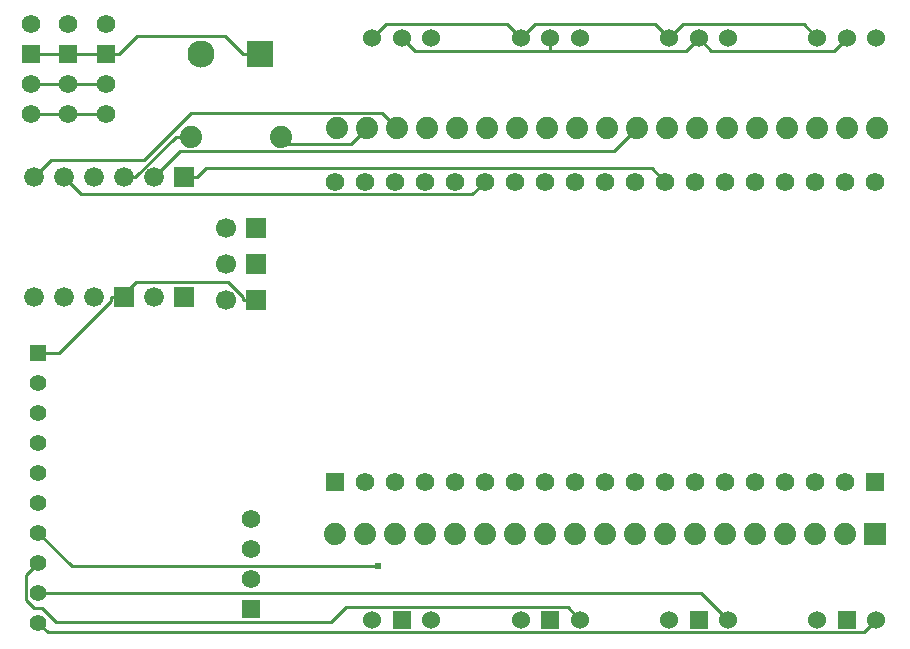
<source format=gtl>
G04 Layer: TopLayer*
G04 EasyEDA v6.5.23, 2023-06-08 09:20:47*
G04 55327712f0a3441bad1e631ee7ba6bcd,133cb59a28494424a397ab70695d2c60,10*
G04 Gerber Generator version 0.2*
G04 Scale: 100 percent, Rotated: No, Reflected: No *
G04 Dimensions in millimeters *
G04 leading zeros omitted , absolute positions ,4 integer and 5 decimal *
%FSLAX45Y45*%
%MOMM*%

%ADD10C,0.2540*%
%ADD11C,1.7000*%
%ADD12R,1.7000X1.7000*%
%ADD13C,2.3000*%
%ADD14R,2.3000X2.3000*%
%ADD15C,1.5240*%
%ADD16R,1.5240X1.5240*%
%ADD17C,1.5750*%
%ADD18R,1.5750X1.5750*%
%ADD19C,1.5748*%
%ADD20R,1.5748X1.5748*%
%ADD21R,1.6764X1.6764*%
%ADD22C,1.6764*%
%ADD23C,1.8796*%
%ADD24R,1.5601X1.5601*%
%ADD25C,1.5600*%
%ADD26R,1.3995X1.3995*%
%ADD27C,1.3995*%
%ADD28R,1.8796X1.8796*%
%ADD29C,0.6100*%
%ADD30C,0.0146*%

%LPD*%
D10*
X912240Y9463659D02*
G01*
X1193342Y9182557D01*
X3784396Y9182557D01*
X912240Y9209659D02*
G01*
X808253Y9105671D01*
X808253Y8898051D01*
X877646Y8828659D01*
X938885Y8828659D01*
X1058418Y8709126D01*
X3390112Y8709126D01*
X3512337Y8831351D01*
X5391480Y8831351D01*
X5495772Y8727059D01*
X912240Y8955659D02*
G01*
X6523075Y8955659D01*
X6751675Y8727059D01*
X912240Y8701659D02*
G01*
X991133Y8622766D01*
X7903260Y8622766D01*
X8007553Y8727059D01*
X848740Y13006959D02*
G01*
X1166240Y13006959D01*
X1166240Y13006959D02*
G01*
X1483740Y13006959D01*
X5979540Y12892659D02*
G01*
X5781268Y12694386D01*
X2110968Y12694386D01*
X1890140Y12473559D01*
X4693437Y12435459D02*
G01*
X4586554Y12328575D01*
X1273124Y12328575D01*
X1128140Y12473559D01*
X2207640Y12816459D02*
G01*
X2074799Y12816459D01*
X1731898Y12473559D01*
X1636140Y12473559D01*
X7507528Y13654659D02*
G01*
X7392263Y13769924D01*
X6366916Y13769924D01*
X6251651Y13654659D01*
X6251651Y13654659D02*
G01*
X6134455Y13771854D01*
X5112943Y13771854D01*
X4995748Y13654659D01*
X4995748Y13654659D02*
G01*
X4877841Y13772565D01*
X3857777Y13772565D01*
X3739870Y13654659D01*
X2969640Y12816459D02*
G01*
X3028111Y12757988D01*
X3558870Y12757988D01*
X3693540Y12892659D01*
X7757515Y13654659D02*
G01*
X7648702Y13545845D01*
X6610451Y13545845D01*
X6501638Y13654659D01*
X5245734Y13543991D02*
G01*
X5245734Y13654659D01*
X6501638Y13654659D02*
G01*
X6390970Y13543991D01*
X5245734Y13543991D01*
X5245734Y13543991D02*
G01*
X4100525Y13543991D01*
X3989857Y13654659D01*
X6217437Y12435459D02*
G01*
X6105499Y12547396D01*
X2329713Y12547396D01*
X2255875Y12473559D01*
X2144140Y12473559D02*
G01*
X2255875Y12473559D01*
X3947540Y12892659D02*
G01*
X3822141Y13018058D01*
X2203500Y13018058D01*
X1806244Y12620802D01*
X1021384Y12620802D01*
X874140Y12473559D01*
X848740Y13260959D02*
G01*
X1166240Y13260959D01*
X1166240Y13260959D02*
G01*
X1483740Y13260959D01*
X912240Y10987659D02*
G01*
X1082446Y10987659D01*
X1524406Y11429619D01*
X1524406Y11457559D01*
X848740Y13514959D02*
G01*
X1166240Y13514959D01*
X1580286Y11457559D02*
G01*
X1609826Y11457559D01*
X1580286Y11457559D02*
G01*
X1524406Y11457559D01*
X1636140Y11457559D02*
G01*
X1609826Y11457559D01*
X1609826Y11457559D02*
G01*
X1736826Y11584559D01*
X2516631Y11584559D01*
X2640812Y11460378D01*
X2640812Y11432159D01*
X2753740Y11432159D02*
G01*
X2640812Y11432159D01*
X1166240Y13514959D02*
G01*
X1483715Y13514959D01*
X1590395Y13514959D02*
G01*
X1745284Y13669848D01*
X2490012Y13669848D01*
X2644902Y13514959D01*
X1483715Y13514959D02*
G01*
X1590395Y13514959D01*
X2787827Y13514959D02*
G01*
X2644902Y13514959D01*
D11*
G01*
X2499740Y11736959D03*
D12*
G01*
X2753740Y11736959D03*
D11*
G01*
X2499740Y12041759D03*
D12*
G01*
X2753740Y12041759D03*
D11*
G01*
X2499740Y11432159D03*
D12*
G01*
X2753740Y11432159D03*
D13*
G01*
X2287854Y13514959D03*
D14*
G01*
X2787827Y13514959D03*
D15*
G01*
X3739895Y8727059D03*
D16*
G01*
X3989908Y8727059D03*
D15*
G01*
X4239895Y8727059D03*
G01*
X4995773Y8727059D03*
D16*
G01*
X5245785Y8727059D03*
D15*
G01*
X5495772Y8727059D03*
G01*
X6251676Y8727059D03*
D16*
G01*
X6501688Y8727059D03*
D15*
G01*
X6751675Y8727059D03*
G01*
X7507554Y8727059D03*
D16*
G01*
X7757566Y8727059D03*
D15*
G01*
X8007553Y8727059D03*
G01*
X4239895Y13654659D03*
G01*
X3989857Y13654659D03*
G01*
X3739870Y13654659D03*
G01*
X5495772Y13654659D03*
G01*
X5245734Y13654659D03*
G01*
X4995748Y13654659D03*
G01*
X6751675Y13654659D03*
G01*
X6501638Y13654659D03*
G01*
X6251651Y13654659D03*
G01*
X8007553Y13654659D03*
G01*
X7757515Y13654659D03*
G01*
X7507528Y13654659D03*
D17*
G01*
X1483740Y13768959D03*
D18*
G01*
X1483715Y13514959D03*
D19*
G01*
X1483740Y13260959D03*
G01*
X1483740Y13006959D03*
D20*
G01*
X2715640Y8815959D03*
D19*
G01*
X2715640Y9069959D03*
G01*
X2715640Y9323959D03*
G01*
X2715640Y9577959D03*
D21*
G01*
X2144140Y11457559D03*
D22*
G01*
X1890140Y11457559D03*
D21*
G01*
X1636140Y11457559D03*
D22*
G01*
X1382140Y11457559D03*
G01*
X1128140Y11457559D03*
G01*
X874140Y11457559D03*
D21*
G01*
X2144140Y12473559D03*
D22*
G01*
X1890140Y12473559D03*
G01*
X1636140Y12473559D03*
G01*
X1382140Y12473559D03*
G01*
X1128140Y12473559D03*
G01*
X874140Y12473559D03*
D23*
G01*
X2969640Y12816459D03*
G01*
X2207640Y12816459D03*
D17*
G01*
X1166240Y13768959D03*
D18*
G01*
X1166240Y13514959D03*
D19*
G01*
X1166240Y13260959D03*
G01*
X1166240Y13006959D03*
D17*
G01*
X848740Y13768959D03*
D18*
G01*
X848740Y13514959D03*
D19*
G01*
X848740Y13260959D03*
G01*
X848740Y13006959D03*
D24*
G01*
X3423437Y9892461D03*
D25*
G01*
X3677437Y9892461D03*
G01*
X3931437Y9892461D03*
G01*
X4185437Y9892461D03*
G01*
X4439437Y9892461D03*
G01*
X4693437Y9892461D03*
G01*
X4947437Y9892461D03*
G01*
X5201437Y9892461D03*
G01*
X5455437Y9892461D03*
G01*
X5709437Y9892461D03*
G01*
X5963437Y9892461D03*
G01*
X6217437Y9892461D03*
G01*
X6471437Y9892461D03*
G01*
X6725437Y9892461D03*
G01*
X6979437Y9892461D03*
G01*
X7233437Y9892461D03*
G01*
X7487437Y9892461D03*
G01*
X7741437Y9892461D03*
D24*
G01*
X7995437Y9892461D03*
D25*
G01*
X3423437Y12435459D03*
G01*
X3677437Y12435459D03*
G01*
X3931437Y12435459D03*
G01*
X4185437Y12435459D03*
G01*
X4439437Y12435459D03*
G01*
X4693437Y12435459D03*
G01*
X4947437Y12435459D03*
G01*
X5201437Y12435459D03*
G01*
X5455437Y12435459D03*
G01*
X5709437Y12435459D03*
G01*
X5963437Y12435459D03*
G01*
X6217437Y12435459D03*
G01*
X6471437Y12435459D03*
G01*
X6725437Y12435459D03*
G01*
X6979437Y12435459D03*
G01*
X7233437Y12435459D03*
G01*
X7487437Y12435459D03*
G01*
X7741437Y12435459D03*
G01*
X7995437Y12435459D03*
D23*
G01*
X8011540Y12892659D03*
G01*
X7757540Y12892659D03*
G01*
X7503540Y12892659D03*
G01*
X7249540Y12892659D03*
G01*
X6995540Y12892659D03*
G01*
X6741540Y12892659D03*
G01*
X6487540Y12892659D03*
G01*
X6233540Y12892659D03*
G01*
X5979540Y12892659D03*
G01*
X5725540Y12892659D03*
G01*
X5471540Y12892659D03*
G01*
X5217540Y12892659D03*
G01*
X4963540Y12892659D03*
G01*
X4709540Y12892659D03*
G01*
X4455540Y12892659D03*
G01*
X4201540Y12892659D03*
G01*
X3947540Y12892659D03*
G01*
X3693540Y12892659D03*
G01*
X3439540Y12892659D03*
D26*
G01*
X912240Y10987659D03*
D27*
G01*
X912240Y10733659D03*
G01*
X912240Y10479659D03*
G01*
X912240Y10225659D03*
G01*
X912240Y9971659D03*
G01*
X912240Y9717659D03*
G01*
X912240Y9463659D03*
G01*
X912240Y9209659D03*
G01*
X912240Y8955659D03*
G01*
X912240Y8701659D03*
D28*
G01*
X7998840Y9450959D03*
D23*
G01*
X7744840Y9450959D03*
G01*
X7490840Y9450959D03*
G01*
X7236840Y9450959D03*
G01*
X6982840Y9450959D03*
G01*
X6728840Y9450959D03*
G01*
X6474840Y9450959D03*
G01*
X6220840Y9450959D03*
G01*
X5966840Y9450959D03*
G01*
X5712840Y9450959D03*
G01*
X5458840Y9450959D03*
G01*
X5204840Y9450959D03*
G01*
X4950840Y9450959D03*
G01*
X4696840Y9450959D03*
G01*
X4442840Y9450959D03*
G01*
X4188840Y9450959D03*
G01*
X3934840Y9450959D03*
G01*
X3680840Y9450959D03*
G01*
X3426840Y9450959D03*
D29*
G01*
X3784396Y9182557D03*
M02*

</source>
